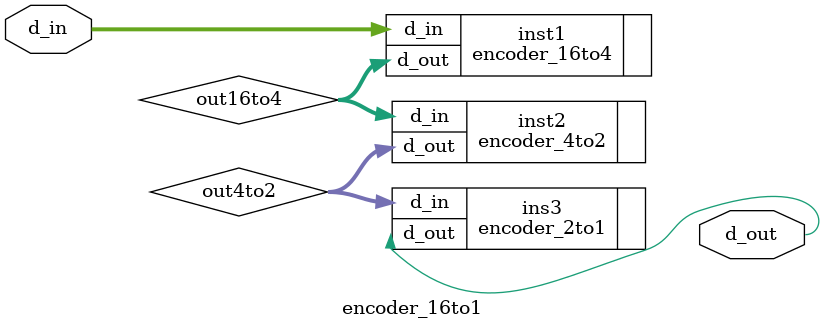
<source format=v>
module encoder_16to1
	(
		d_out, 
		d_in
	);

/////////////////////////////////////////////////////////////////////////
// Parameter Declarations

/////////////////////////////////////////////////////////////////////////
// Port Declarations
input [15:0]   d_in;
/////////////////////////////////////////////////////////////////////////
// Output Declarations
output d_out;

/////////////////////////////////////////////////////////////////////////
// Local Logic and Instantiation
wire [3:0] out16to4;
wire [1:0] out4to2 ;

encoder_16to4 inst1 (
	.d_out(out16to4),
	.d_in (d_in    )
);

encoder_4to2 inst2 (
	.d_out(out4to2 ),
	.d_in (out16to4)
);

encoder_2to1 ins3 (
	.d_out(d_out  ),
	.d_in (out4to2)
);

endmodule
</source>
